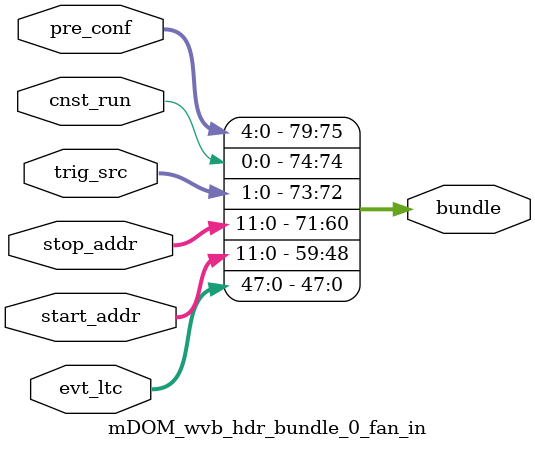
<source format=v>
module mDOM_wvb_hdr_bundle_0_fan_in
  (
   bundle,
   evt_ltc,
   start_addr,
   stop_addr,
   trig_src,
   cnst_run,
   pre_conf
  );

`include "mDOM_wvb_hdr_bundle_0_inc.v"

   output [79:0] bundle;
   input [47:0] evt_ltc;
   input [11:0] start_addr;
   input [11:0] stop_addr;
   input [1:0] trig_src;
   input [0:0] cnst_run;
   input [4:0] pre_conf;

assign bundle[47:0] = evt_ltc;
assign bundle[59:48] = start_addr;
assign bundle[71:60] = stop_addr;
assign bundle[73:72] = trig_src;
assign bundle[74:74] = cnst_run;
assign bundle[79:75] = pre_conf;


endmodule

</source>
